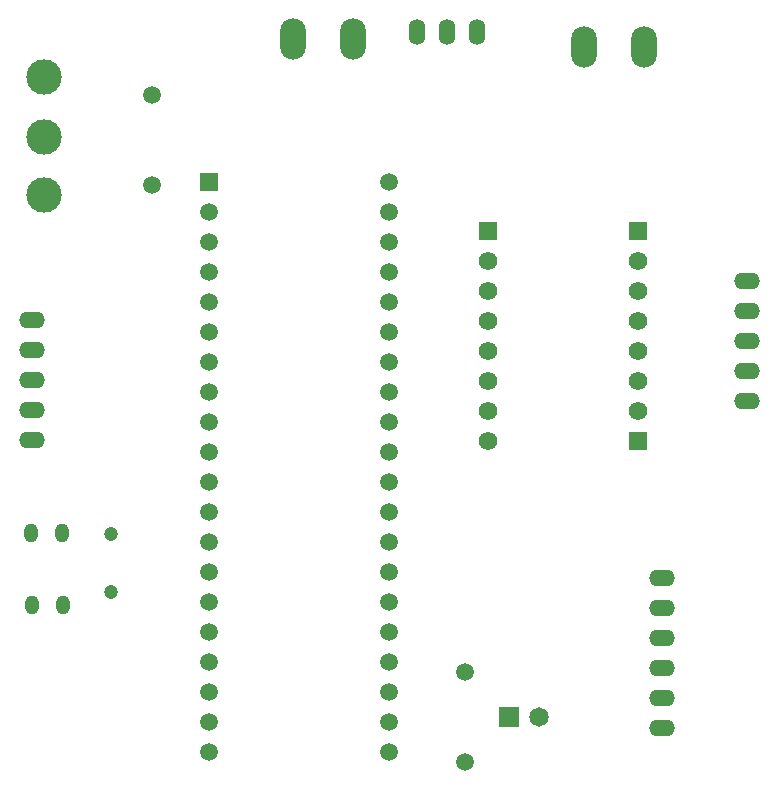
<source format=gbr>
%FSTAX23Y23*%
%MOIN*%
%SFA1B1*%

%IPPOS*%
%ADD11C,0.118110*%
%ADD12O,0.086614X0.137795*%
%ADD14C,0.059055*%
%ADD15C,0.065000*%
%ADD16R,0.065000X0.065000*%
%ADD17O,0.047244X0.062992*%
%ADD18C,0.047244*%
%ADD19R,0.059055X0.059055*%
%ADD20R,0.061417X0.061417*%
%ADD21C,0.061417*%
%ADD24O,0.055118X0.086614*%
%ADD25O,0.086614X0.055118*%
%LNpcb1_pads_bot-1*%
%LPD*%
G54D11*
X024Y03548D03*
Y03351D03*
Y03155D03*
G54D12*
X044Y0365D03*
X042D03*
X0343Y03675D03*
X0323D03*
G54D14*
X03805Y01565D03*
Y01265D03*
X0276Y0349D03*
Y0319D03*
X0355Y013D03*
Y014D03*
Y015D03*
Y016D03*
Y017D03*
Y018D03*
Y019D03*
Y02D03*
Y021D03*
Y022D03*
Y023D03*
Y024D03*
Y025D03*
Y026D03*
Y027D03*
Y028D03*
Y029D03*
Y03D03*
Y031D03*
Y032D03*
X0295Y013D03*
Y014D03*
Y015D03*
Y016D03*
Y017D03*
Y018D03*
Y019D03*
Y02D03*
Y021D03*
Y022D03*
Y023D03*
Y024D03*
Y025D03*
Y026D03*
Y027D03*
Y028D03*
Y029D03*
Y03D03*
Y031D03*
G54D15*
X0405Y01415D03*
G54D16*
X0395Y01415D03*
G54D17*
X02461Y0203D03*
X02358D03*
X02466Y0179D03*
X02363D03*
G54D18*
X02625Y02026D03*
Y01833D03*
G54D19*
X0295Y032D03*
G54D20*
X0438Y02335D03*
Y03035D03*
X0388D03*
G54D21*
X0438Y02435D03*
Y02535D03*
Y02635D03*
Y02735D03*
Y02835D03*
Y02935D03*
X0388D03*
Y02835D03*
Y02735D03*
Y02635D03*
Y02535D03*
Y02435D03*
Y02335D03*
G54D24*
X03845Y037D03*
X03745D03*
X03645D03*
G54D25*
X0236Y0234D03*
Y0244D03*
Y0254D03*
Y0264D03*
Y0274D03*
X04745Y0247D03*
Y0257D03*
Y0267D03*
Y0277D03*
Y0287D03*
X0446Y0188D03*
Y0178D03*
Y0168D03*
Y0158D03*
Y0148D03*
Y0138D03*
M02*
</source>
